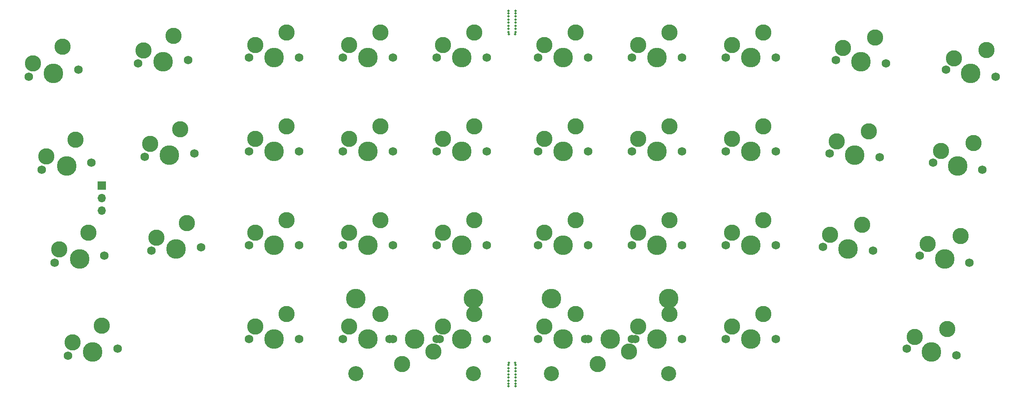
<source format=gbr>
%TF.GenerationSoftware,KiCad,Pcbnew,(7.0.0)*%
%TF.CreationDate,2023-09-12T00:15:12+02:00*%
%TF.ProjectId,tinyv pcb,74696e79-7620-4706-9362-2e6b69636164,rev?*%
%TF.SameCoordinates,Original*%
%TF.FileFunction,Soldermask,Top*%
%TF.FilePolarity,Negative*%
%FSLAX46Y46*%
G04 Gerber Fmt 4.6, Leading zero omitted, Abs format (unit mm)*
G04 Created by KiCad (PCBNEW (7.0.0)) date 2023-09-12 00:15:12*
%MOMM*%
%LPD*%
G01*
G04 APERTURE LIST*
%ADD10C,0.500000*%
%ADD11C,3.048000*%
%ADD12C,3.987800*%
%ADD13C,1.750000*%
%ADD14C,3.300000*%
%ADD15R,1.700000X1.700000*%
%ADD16O,1.700000X1.700000*%
G04 APERTURE END LIST*
D10*
%TO.C,REF\u002A\u002A*%
X153852401Y-25082869D03*
X153851778Y-25721491D03*
X153851778Y-24451491D03*
X153851778Y-23816491D03*
X153851778Y-23181491D03*
X153851778Y-22549229D03*
X153851778Y-21911491D03*
X153849770Y-21403402D03*
X153727271Y-26180756D03*
%TD*%
%TO.C,REF\u002A\u002A*%
X152386158Y-93979630D03*
X152386781Y-93341008D03*
X152386781Y-94611008D03*
X152386781Y-95246008D03*
X152386781Y-95881008D03*
X152386781Y-96513270D03*
X152386781Y-97151008D03*
X152399335Y-97645060D03*
X152506338Y-92882008D03*
%TD*%
%TO.C,REF\u002A\u002A*%
X152396427Y-21399073D03*
X152399377Y-22546122D03*
X152400000Y-21907500D03*
X152400000Y-23177500D03*
X152400000Y-23812500D03*
X152400000Y-24447500D03*
X152400000Y-25079762D03*
X152400000Y-25717500D03*
X152519557Y-26204434D03*
%TD*%
D11*
%TO.C,S1*%
X145256250Y-95091250D03*
D12*
X145256250Y-79851250D03*
D11*
X121443750Y-95091250D03*
D12*
X121443750Y-79851250D03*
%TD*%
D11*
%TO.C,S2*%
X184943750Y-95091250D03*
D12*
X184943750Y-79851250D03*
D11*
X161131250Y-95091250D03*
D12*
X161131250Y-79851250D03*
%TD*%
D10*
%TO.C,REF\u002A\u002A*%
X153856393Y-96520369D03*
X153855770Y-97158991D03*
X153855770Y-95888991D03*
X153855770Y-95253991D03*
X153855770Y-94618991D03*
X153855770Y-93986729D03*
X153855770Y-93348991D03*
X153852856Y-97663138D03*
X153727031Y-92862294D03*
%TD*%
D13*
%TO.C,MX4*%
X128905000Y-30956250D03*
D12*
X123825000Y-30956250D03*
D13*
X118745000Y-30956250D03*
D14*
X120015000Y-28416250D03*
X126365000Y-25876250D03*
%TD*%
D13*
%TO.C,MX23*%
X109855000Y-69056250D03*
D12*
X104775000Y-69056250D03*
D13*
X99695000Y-69056250D03*
D14*
X100965000Y-66516250D03*
X107315000Y-63976250D03*
%TD*%
D13*
%TO.C,MX12*%
X88673028Y-50390124D03*
D12*
X83605403Y-50744487D03*
D13*
X78537778Y-51098850D03*
D14*
X79627503Y-48476446D03*
X85784853Y-45499680D03*
%TD*%
D13*
%TO.C,MX34*%
X128905000Y-88106250D03*
D12*
X123825000Y-88106250D03*
D13*
X118745000Y-88106250D03*
D14*
X120015000Y-85566250D03*
X126365000Y-83026250D03*
%TD*%
D13*
%TO.C,MX8*%
X206692500Y-30956250D03*
D12*
X201612500Y-30956250D03*
D13*
X196532500Y-30956250D03*
D14*
X197802500Y-28416250D03*
X204152500Y-25876250D03*
%TD*%
D13*
%TO.C,MX40*%
X243308750Y-91393854D03*
D12*
X238278188Y-90686855D03*
D13*
X233247626Y-89979856D03*
D14*
X234858766Y-87641325D03*
X241500468Y-86009793D03*
%TD*%
D13*
%TO.C,MX15*%
X147955000Y-50006250D03*
D12*
X142875000Y-50006250D03*
D13*
X137795000Y-50006250D03*
D14*
X139065000Y-47466250D03*
X145415000Y-44926250D03*
%TD*%
D13*
%TO.C,MX27*%
X187642500Y-69056250D03*
D12*
X182562500Y-69056250D03*
D13*
X177482500Y-69056250D03*
D14*
X178752500Y-66516250D03*
X185102500Y-63976250D03*
%TD*%
D13*
%TO.C,MX1*%
X65075218Y-33386871D03*
D12*
X60044656Y-34093870D03*
D13*
X55014094Y-34800869D03*
D14*
X55918235Y-32108839D03*
X61852938Y-28709809D03*
%TD*%
D13*
%TO.C,MX17*%
X187642500Y-50006250D03*
D12*
X182562500Y-50006250D03*
D13*
X177482500Y-50006250D03*
D14*
X178752500Y-47466250D03*
X185102500Y-44926250D03*
%TD*%
D15*
%TO.C,J3*%
X69811963Y-56944999D03*
D16*
X69811963Y-59484999D03*
X69811963Y-62024999D03*
%TD*%
D13*
%TO.C,MX14*%
X128905000Y-50006250D03*
D12*
X123825000Y-50006250D03*
D13*
X118745000Y-50006250D03*
D14*
X120015000Y-47466250D03*
X126365000Y-44926250D03*
%TD*%
D13*
%TO.C,MX22*%
X90023794Y-69408418D03*
D12*
X84956169Y-69762781D03*
D13*
X79888544Y-70117144D03*
D14*
X80978269Y-67494740D03*
X87135619Y-64517974D03*
%TD*%
D13*
%TO.C,MX3*%
X109855000Y-30956250D03*
D12*
X104775000Y-30956250D03*
D13*
X99695000Y-30956250D03*
D14*
X100965000Y-28416250D03*
X107315000Y-25876250D03*
%TD*%
D13*
%TO.C,MX28*%
X206692500Y-69056250D03*
D12*
X201612500Y-69056250D03*
D13*
X196532500Y-69056250D03*
D14*
X197802500Y-66516250D03*
X204152500Y-63976250D03*
%TD*%
D13*
%TO.C,MX39*%
X167957500Y-88106250D03*
D12*
X173037500Y-88106250D03*
D13*
X178117500Y-88106250D03*
D14*
X176847500Y-90646250D03*
X170497500Y-93186250D03*
%TD*%
D13*
%TO.C,MX30*%
X245947982Y-72530750D03*
D12*
X240917420Y-71823751D03*
D13*
X235886858Y-71116752D03*
D14*
X237497998Y-68778221D03*
X244139700Y-67146689D03*
%TD*%
D13*
%TO.C,MX29*%
X226369242Y-70092225D03*
D12*
X221301617Y-69737862D03*
D13*
X216233992Y-69383499D03*
D14*
X217678079Y-66938277D03*
X224189793Y-64847418D03*
%TD*%
D13*
%TO.C,MX35*%
X147955000Y-88106250D03*
D12*
X142875000Y-88106250D03*
D13*
X137795000Y-88106250D03*
D14*
X139065000Y-85566250D03*
X145415000Y-83026250D03*
%TD*%
D13*
%TO.C,MX20*%
X248612134Y-53667645D03*
D12*
X243581572Y-52960646D03*
D13*
X238551010Y-52253647D03*
D14*
X240162150Y-49915116D03*
X246803852Y-48283584D03*
%TD*%
D13*
%TO.C,MX24*%
X128905000Y-69056250D03*
D12*
X123825000Y-69056250D03*
D13*
X118745000Y-69056250D03*
D14*
X120015000Y-66516250D03*
X126365000Y-63976250D03*
%TD*%
D13*
%TO.C,MX26*%
X168592500Y-69056250D03*
D12*
X163512500Y-69056250D03*
D13*
X158432500Y-69056250D03*
D14*
X159702500Y-66516250D03*
X166052500Y-63976250D03*
%TD*%
D13*
%TO.C,MX5*%
X147955000Y-30956250D03*
D12*
X142875000Y-30956250D03*
D13*
X137795000Y-30956250D03*
D14*
X139065000Y-28416250D03*
X145415000Y-25876250D03*
%TD*%
D13*
%TO.C,MX37*%
X187642500Y-88106250D03*
D12*
X182562500Y-88106250D03*
D13*
X177482500Y-88106250D03*
D14*
X178752500Y-85566250D03*
X185102500Y-83026250D03*
%TD*%
D13*
%TO.C,MX7*%
X187642500Y-30956250D03*
D12*
X182562500Y-30956250D03*
D13*
X177482500Y-30956250D03*
D14*
X178752500Y-28416250D03*
X185102500Y-25876250D03*
%TD*%
D13*
%TO.C,MX2*%
X87337281Y-31395636D03*
D12*
X82269656Y-31749999D03*
D13*
X77202031Y-32104362D03*
D14*
X78291756Y-29481958D03*
X84449106Y-26505192D03*
%TD*%
D13*
%TO.C,MX21*%
X70369814Y-71124095D03*
D12*
X65339252Y-71831094D03*
D13*
X60308690Y-72538093D03*
D14*
X61212831Y-69846063D03*
X67147534Y-66447033D03*
%TD*%
D13*
%TO.C,MX33*%
X109855000Y-88106250D03*
D12*
X104775000Y-88106250D03*
D13*
X99695000Y-88106250D03*
D14*
X100965000Y-85566250D03*
X107315000Y-83026250D03*
%TD*%
D13*
%TO.C,MX38*%
X206692500Y-88106250D03*
D12*
X201612500Y-88106250D03*
D13*
X196532500Y-88106250D03*
D14*
X197802500Y-85566250D03*
X204152500Y-83026250D03*
%TD*%
D13*
%TO.C,MX10*%
X251246263Y-34809900D03*
D12*
X246215701Y-34102901D03*
D13*
X241185139Y-33395902D03*
D14*
X242796279Y-31057371D03*
X249437981Y-29425839D03*
%TD*%
D13*
%TO.C,MX18*%
X206692500Y-50006250D03*
D12*
X201612500Y-50006250D03*
D13*
X196532500Y-50006250D03*
D14*
X197802500Y-47466250D03*
X204152500Y-44926250D03*
%TD*%
D13*
%TO.C,MX32*%
X128270000Y-88106250D03*
D12*
X133350000Y-88106250D03*
D13*
X138430000Y-88106250D03*
D14*
X137160000Y-90646250D03*
X130810000Y-93186250D03*
%TD*%
D13*
%TO.C,MX31*%
X73041309Y-89994874D03*
D12*
X68010747Y-90701873D03*
D13*
X62980185Y-91408872D03*
D14*
X63884326Y-88716842D03*
X69819029Y-85317812D03*
%TD*%
D13*
%TO.C,MX36*%
X168592500Y-88106250D03*
D12*
X163512500Y-88106250D03*
D13*
X158432500Y-88106250D03*
D14*
X159702500Y-85566250D03*
X166052500Y-83026250D03*
%TD*%
D13*
%TO.C,MX11*%
X67749271Y-52241188D03*
D12*
X62718709Y-52948187D03*
D13*
X57688147Y-53655186D03*
D14*
X58592288Y-50963156D03*
X64526991Y-47564126D03*
%TD*%
D13*
%TO.C,MX16*%
X168592500Y-50006250D03*
D12*
X163512500Y-50006250D03*
D13*
X158432500Y-50006250D03*
D14*
X159702500Y-47466250D03*
X166052500Y-44926250D03*
%TD*%
D13*
%TO.C,MX25*%
X147955000Y-69056250D03*
D12*
X142875000Y-69056250D03*
D13*
X137795000Y-69056250D03*
D14*
X139065000Y-66516250D03*
X145415000Y-63976250D03*
%TD*%
D13*
%TO.C,MX9*%
X229004802Y-32116822D03*
D12*
X223937177Y-31762459D03*
D13*
X218869552Y-31408096D03*
D14*
X220313639Y-28962874D03*
X226825353Y-26872015D03*
%TD*%
D13*
%TO.C,MX19*%
X227728795Y-51120655D03*
D12*
X222661170Y-50766292D03*
D13*
X217593545Y-50411929D03*
D14*
X219037632Y-47966707D03*
X225549346Y-45875848D03*
%TD*%
D13*
%TO.C,MX13*%
X109855000Y-50006250D03*
D12*
X104775000Y-50006250D03*
D13*
X99695000Y-50006250D03*
D14*
X100965000Y-47466250D03*
X107315000Y-44926250D03*
%TD*%
D13*
%TO.C,MX6*%
X168592500Y-30956250D03*
D12*
X163512500Y-30956250D03*
D13*
X158432500Y-30956250D03*
D14*
X159702500Y-28416250D03*
X166052500Y-25876250D03*
%TD*%
M02*

</source>
